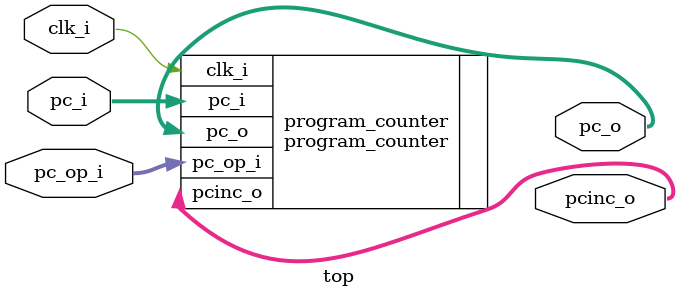
<source format=sv>
`timescale 1ns / 1ps

module top #(parameter ANCHO = 16)(
    input   logic             clk_i,
    input   logic [1:0]       pc_op_i,
    input   logic [ANCHO-1:0] pc_i,
    output  logic [ANCHO-1:0] pc_o,
    output  logic [ANCHO-1:0] pcinc_o

);

program_counter #(.ANCHO(ANCHO)) program_counter(
    .clk_i(clk_i),
    .pc_op_i(pc_op_i),
    .pc_i(pc_i),
    .pc_o(pc_o),
    .pcinc_o(pcinc_o)
);

endmodule
</source>
